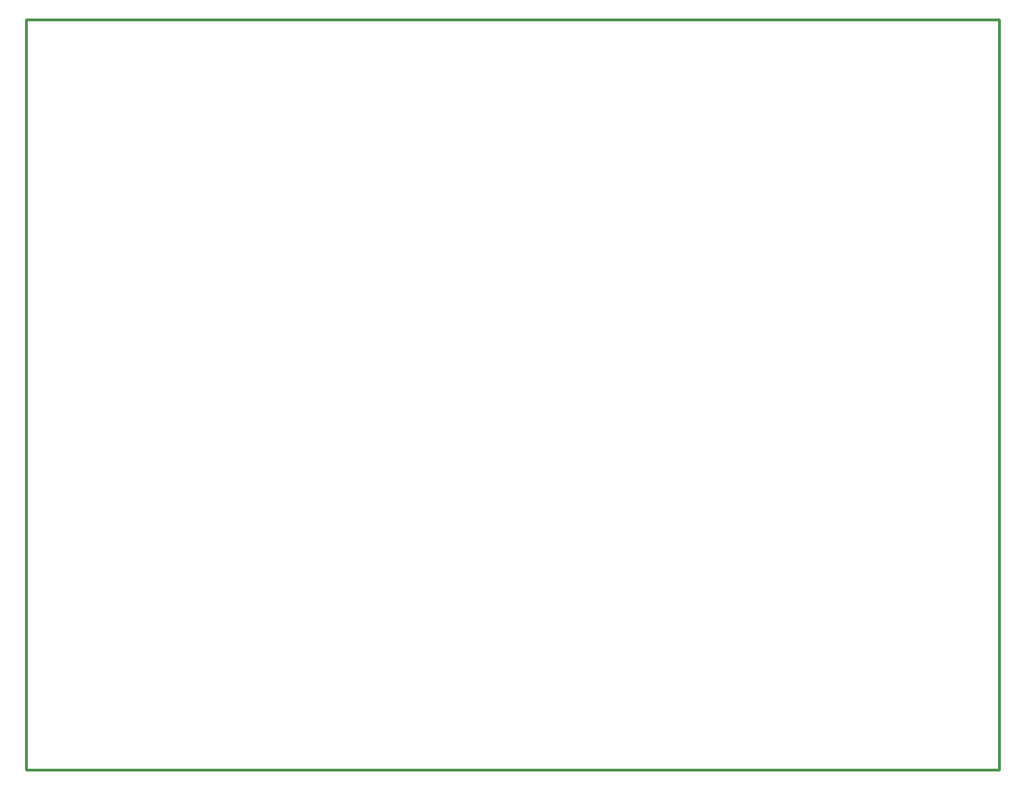
<source format=gbr>
G04 (created by PCBNEW (2013-07-07 BZR 4022)-stable) date 5/12/2015 8:03:53 AM*
%MOIN*%
G04 Gerber Fmt 3.4, Leading zero omitted, Abs format*
%FSLAX34Y34*%
G01*
G70*
G90*
G04 APERTURE LIST*
%ADD10C,0.006*%
%ADD11C,0.01*%
G04 APERTURE END LIST*
G54D10*
G54D11*
X38000Y-28000D02*
X73000Y-28000D01*
X38000Y-55000D02*
X38000Y-28000D01*
X73000Y-55000D02*
X38000Y-55000D01*
X73000Y-28000D02*
X73000Y-55000D01*
M02*

</source>
